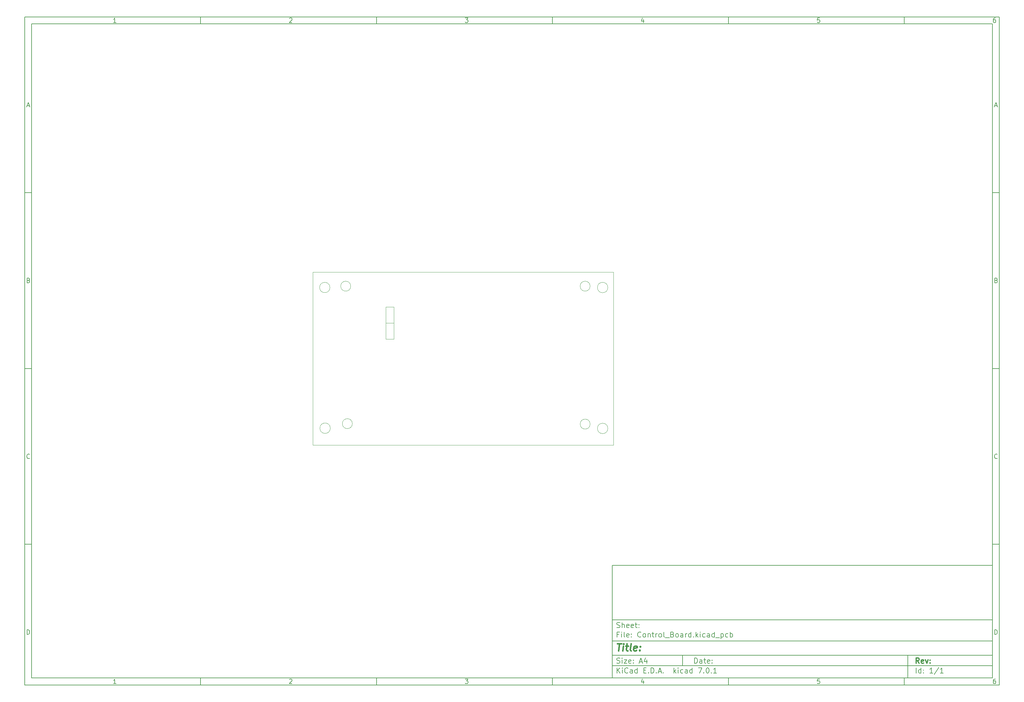
<source format=gbr>
%TF.GenerationSoftware,KiCad,Pcbnew,7.0.1*%
%TF.CreationDate,2023-10-26T15:35:36+00:00*%
%TF.ProjectId,Control_Board,436f6e74-726f-46c5-9f42-6f6172642e6b,rev?*%
%TF.SameCoordinates,Original*%
%TF.FileFunction,Other,User*%
%FSLAX45Y45*%
G04 Gerber Fmt 4.5, Leading zero omitted, Abs format (unit mm)*
G04 Created by KiCad (PCBNEW 7.0.1) date 2023-10-26 15:35:36*
%MOMM*%
%LPD*%
G01*
G04 APERTURE LIST*
%ADD10C,0.100000*%
%ADD11C,0.150000*%
%ADD12C,0.300000*%
%ADD13C,0.400000*%
%ADD14C,0.050000*%
%TA.AperFunction,Profile*%
%ADD15C,0.100000*%
%TD*%
G04 APERTURE END LIST*
D10*
D11*
X17700220Y-16600720D02*
X28500220Y-16600720D01*
X28500220Y-19800720D01*
X17700220Y-19800720D01*
X17700220Y-16600720D01*
D10*
D11*
X1000000Y-1000000D02*
X28700220Y-1000000D01*
X28700220Y-20000720D01*
X1000000Y-20000720D01*
X1000000Y-1000000D01*
D10*
D11*
X1200000Y-1200000D02*
X28500220Y-1200000D01*
X28500220Y-19800720D01*
X1200000Y-19800720D01*
X1200000Y-1200000D01*
D10*
D11*
X6000000Y-1200000D02*
X6000000Y-1000000D01*
D10*
D11*
X11000000Y-1200000D02*
X11000000Y-1000000D01*
D10*
D11*
X16000000Y-1200000D02*
X16000000Y-1000000D01*
D10*
D11*
X21000000Y-1200000D02*
X21000000Y-1000000D01*
D10*
D11*
X26000000Y-1200000D02*
X26000000Y-1000000D01*
D10*
D11*
X3599048Y-1160140D02*
X3524762Y-1160140D01*
X3561905Y-1160140D02*
X3561905Y-1030140D01*
X3561905Y-1030140D02*
X3549524Y-1048712D01*
X3549524Y-1048712D02*
X3537143Y-1061093D01*
X3537143Y-1061093D02*
X3524762Y-1067283D01*
D10*
D11*
X8524762Y-1042521D02*
X8530952Y-1036331D01*
X8530952Y-1036331D02*
X8543333Y-1030140D01*
X8543333Y-1030140D02*
X8574286Y-1030140D01*
X8574286Y-1030140D02*
X8586667Y-1036331D01*
X8586667Y-1036331D02*
X8592857Y-1042521D01*
X8592857Y-1042521D02*
X8599048Y-1054902D01*
X8599048Y-1054902D02*
X8599048Y-1067283D01*
X8599048Y-1067283D02*
X8592857Y-1085855D01*
X8592857Y-1085855D02*
X8518571Y-1160140D01*
X8518571Y-1160140D02*
X8599048Y-1160140D01*
D10*
D11*
X13518571Y-1030140D02*
X13599048Y-1030140D01*
X13599048Y-1030140D02*
X13555714Y-1079664D01*
X13555714Y-1079664D02*
X13574286Y-1079664D01*
X13574286Y-1079664D02*
X13586667Y-1085855D01*
X13586667Y-1085855D02*
X13592857Y-1092045D01*
X13592857Y-1092045D02*
X13599048Y-1104426D01*
X13599048Y-1104426D02*
X13599048Y-1135379D01*
X13599048Y-1135379D02*
X13592857Y-1147760D01*
X13592857Y-1147760D02*
X13586667Y-1153950D01*
X13586667Y-1153950D02*
X13574286Y-1160140D01*
X13574286Y-1160140D02*
X13537143Y-1160140D01*
X13537143Y-1160140D02*
X13524762Y-1153950D01*
X13524762Y-1153950D02*
X13518571Y-1147760D01*
D10*
D11*
X18586667Y-1073474D02*
X18586667Y-1160140D01*
X18555714Y-1023950D02*
X18524762Y-1116807D01*
X18524762Y-1116807D02*
X18605238Y-1116807D01*
D10*
D11*
X23592857Y-1030140D02*
X23530952Y-1030140D01*
X23530952Y-1030140D02*
X23524762Y-1092045D01*
X23524762Y-1092045D02*
X23530952Y-1085855D01*
X23530952Y-1085855D02*
X23543333Y-1079664D01*
X23543333Y-1079664D02*
X23574286Y-1079664D01*
X23574286Y-1079664D02*
X23586667Y-1085855D01*
X23586667Y-1085855D02*
X23592857Y-1092045D01*
X23592857Y-1092045D02*
X23599048Y-1104426D01*
X23599048Y-1104426D02*
X23599048Y-1135379D01*
X23599048Y-1135379D02*
X23592857Y-1147760D01*
X23592857Y-1147760D02*
X23586667Y-1153950D01*
X23586667Y-1153950D02*
X23574286Y-1160140D01*
X23574286Y-1160140D02*
X23543333Y-1160140D01*
X23543333Y-1160140D02*
X23530952Y-1153950D01*
X23530952Y-1153950D02*
X23524762Y-1147760D01*
D10*
D11*
X28586667Y-1030140D02*
X28561905Y-1030140D01*
X28561905Y-1030140D02*
X28549524Y-1036331D01*
X28549524Y-1036331D02*
X28543333Y-1042521D01*
X28543333Y-1042521D02*
X28530952Y-1061093D01*
X28530952Y-1061093D02*
X28524762Y-1085855D01*
X28524762Y-1085855D02*
X28524762Y-1135379D01*
X28524762Y-1135379D02*
X28530952Y-1147760D01*
X28530952Y-1147760D02*
X28537143Y-1153950D01*
X28537143Y-1153950D02*
X28549524Y-1160140D01*
X28549524Y-1160140D02*
X28574286Y-1160140D01*
X28574286Y-1160140D02*
X28586667Y-1153950D01*
X28586667Y-1153950D02*
X28592857Y-1147760D01*
X28592857Y-1147760D02*
X28599048Y-1135379D01*
X28599048Y-1135379D02*
X28599048Y-1104426D01*
X28599048Y-1104426D02*
X28592857Y-1092045D01*
X28592857Y-1092045D02*
X28586667Y-1085855D01*
X28586667Y-1085855D02*
X28574286Y-1079664D01*
X28574286Y-1079664D02*
X28549524Y-1079664D01*
X28549524Y-1079664D02*
X28537143Y-1085855D01*
X28537143Y-1085855D02*
X28530952Y-1092045D01*
X28530952Y-1092045D02*
X28524762Y-1104426D01*
D10*
D11*
X6000000Y-19800720D02*
X6000000Y-20000720D01*
D10*
D11*
X11000000Y-19800720D02*
X11000000Y-20000720D01*
D10*
D11*
X16000000Y-19800720D02*
X16000000Y-20000720D01*
D10*
D11*
X21000000Y-19800720D02*
X21000000Y-20000720D01*
D10*
D11*
X26000000Y-19800720D02*
X26000000Y-20000720D01*
D10*
D11*
X3599048Y-19960860D02*
X3524762Y-19960860D01*
X3561905Y-19960860D02*
X3561905Y-19830860D01*
X3561905Y-19830860D02*
X3549524Y-19849432D01*
X3549524Y-19849432D02*
X3537143Y-19861813D01*
X3537143Y-19861813D02*
X3524762Y-19868003D01*
D10*
D11*
X8524762Y-19843241D02*
X8530952Y-19837051D01*
X8530952Y-19837051D02*
X8543333Y-19830860D01*
X8543333Y-19830860D02*
X8574286Y-19830860D01*
X8574286Y-19830860D02*
X8586667Y-19837051D01*
X8586667Y-19837051D02*
X8592857Y-19843241D01*
X8592857Y-19843241D02*
X8599048Y-19855622D01*
X8599048Y-19855622D02*
X8599048Y-19868003D01*
X8599048Y-19868003D02*
X8592857Y-19886575D01*
X8592857Y-19886575D02*
X8518571Y-19960860D01*
X8518571Y-19960860D02*
X8599048Y-19960860D01*
D10*
D11*
X13518571Y-19830860D02*
X13599048Y-19830860D01*
X13599048Y-19830860D02*
X13555714Y-19880384D01*
X13555714Y-19880384D02*
X13574286Y-19880384D01*
X13574286Y-19880384D02*
X13586667Y-19886575D01*
X13586667Y-19886575D02*
X13592857Y-19892765D01*
X13592857Y-19892765D02*
X13599048Y-19905146D01*
X13599048Y-19905146D02*
X13599048Y-19936099D01*
X13599048Y-19936099D02*
X13592857Y-19948480D01*
X13592857Y-19948480D02*
X13586667Y-19954670D01*
X13586667Y-19954670D02*
X13574286Y-19960860D01*
X13574286Y-19960860D02*
X13537143Y-19960860D01*
X13537143Y-19960860D02*
X13524762Y-19954670D01*
X13524762Y-19954670D02*
X13518571Y-19948480D01*
D10*
D11*
X18586667Y-19874194D02*
X18586667Y-19960860D01*
X18555714Y-19824670D02*
X18524762Y-19917527D01*
X18524762Y-19917527D02*
X18605238Y-19917527D01*
D10*
D11*
X23592857Y-19830860D02*
X23530952Y-19830860D01*
X23530952Y-19830860D02*
X23524762Y-19892765D01*
X23524762Y-19892765D02*
X23530952Y-19886575D01*
X23530952Y-19886575D02*
X23543333Y-19880384D01*
X23543333Y-19880384D02*
X23574286Y-19880384D01*
X23574286Y-19880384D02*
X23586667Y-19886575D01*
X23586667Y-19886575D02*
X23592857Y-19892765D01*
X23592857Y-19892765D02*
X23599048Y-19905146D01*
X23599048Y-19905146D02*
X23599048Y-19936099D01*
X23599048Y-19936099D02*
X23592857Y-19948480D01*
X23592857Y-19948480D02*
X23586667Y-19954670D01*
X23586667Y-19954670D02*
X23574286Y-19960860D01*
X23574286Y-19960860D02*
X23543333Y-19960860D01*
X23543333Y-19960860D02*
X23530952Y-19954670D01*
X23530952Y-19954670D02*
X23524762Y-19948480D01*
D10*
D11*
X28586667Y-19830860D02*
X28561905Y-19830860D01*
X28561905Y-19830860D02*
X28549524Y-19837051D01*
X28549524Y-19837051D02*
X28543333Y-19843241D01*
X28543333Y-19843241D02*
X28530952Y-19861813D01*
X28530952Y-19861813D02*
X28524762Y-19886575D01*
X28524762Y-19886575D02*
X28524762Y-19936099D01*
X28524762Y-19936099D02*
X28530952Y-19948480D01*
X28530952Y-19948480D02*
X28537143Y-19954670D01*
X28537143Y-19954670D02*
X28549524Y-19960860D01*
X28549524Y-19960860D02*
X28574286Y-19960860D01*
X28574286Y-19960860D02*
X28586667Y-19954670D01*
X28586667Y-19954670D02*
X28592857Y-19948480D01*
X28592857Y-19948480D02*
X28599048Y-19936099D01*
X28599048Y-19936099D02*
X28599048Y-19905146D01*
X28599048Y-19905146D02*
X28592857Y-19892765D01*
X28592857Y-19892765D02*
X28586667Y-19886575D01*
X28586667Y-19886575D02*
X28574286Y-19880384D01*
X28574286Y-19880384D02*
X28549524Y-19880384D01*
X28549524Y-19880384D02*
X28537143Y-19886575D01*
X28537143Y-19886575D02*
X28530952Y-19892765D01*
X28530952Y-19892765D02*
X28524762Y-19905146D01*
D10*
D11*
X1000000Y-6000000D02*
X1200000Y-6000000D01*
D10*
D11*
X1000000Y-11000000D02*
X1200000Y-11000000D01*
D10*
D11*
X1000000Y-16000000D02*
X1200000Y-16000000D01*
D10*
D11*
X1069048Y-3522998D02*
X1130952Y-3522998D01*
X1056667Y-3560140D02*
X1100000Y-3430140D01*
X1100000Y-3430140D02*
X1143333Y-3560140D01*
D10*
D11*
X1109286Y-8492045D02*
X1127857Y-8498236D01*
X1127857Y-8498236D02*
X1134048Y-8504426D01*
X1134048Y-8504426D02*
X1140238Y-8516807D01*
X1140238Y-8516807D02*
X1140238Y-8535379D01*
X1140238Y-8535379D02*
X1134048Y-8547760D01*
X1134048Y-8547760D02*
X1127857Y-8553950D01*
X1127857Y-8553950D02*
X1115476Y-8560140D01*
X1115476Y-8560140D02*
X1065952Y-8560140D01*
X1065952Y-8560140D02*
X1065952Y-8430140D01*
X1065952Y-8430140D02*
X1109286Y-8430140D01*
X1109286Y-8430140D02*
X1121667Y-8436331D01*
X1121667Y-8436331D02*
X1127857Y-8442521D01*
X1127857Y-8442521D02*
X1134048Y-8454902D01*
X1134048Y-8454902D02*
X1134048Y-8467283D01*
X1134048Y-8467283D02*
X1127857Y-8479664D01*
X1127857Y-8479664D02*
X1121667Y-8485855D01*
X1121667Y-8485855D02*
X1109286Y-8492045D01*
X1109286Y-8492045D02*
X1065952Y-8492045D01*
D10*
D11*
X1140238Y-13547759D02*
X1134048Y-13553950D01*
X1134048Y-13553950D02*
X1115476Y-13560140D01*
X1115476Y-13560140D02*
X1103095Y-13560140D01*
X1103095Y-13560140D02*
X1084524Y-13553950D01*
X1084524Y-13553950D02*
X1072143Y-13541569D01*
X1072143Y-13541569D02*
X1065952Y-13529188D01*
X1065952Y-13529188D02*
X1059762Y-13504426D01*
X1059762Y-13504426D02*
X1059762Y-13485855D01*
X1059762Y-13485855D02*
X1065952Y-13461093D01*
X1065952Y-13461093D02*
X1072143Y-13448712D01*
X1072143Y-13448712D02*
X1084524Y-13436331D01*
X1084524Y-13436331D02*
X1103095Y-13430140D01*
X1103095Y-13430140D02*
X1115476Y-13430140D01*
X1115476Y-13430140D02*
X1134048Y-13436331D01*
X1134048Y-13436331D02*
X1140238Y-13442521D01*
D10*
D11*
X1065952Y-18560140D02*
X1065952Y-18430140D01*
X1065952Y-18430140D02*
X1096905Y-18430140D01*
X1096905Y-18430140D02*
X1115476Y-18436331D01*
X1115476Y-18436331D02*
X1127857Y-18448712D01*
X1127857Y-18448712D02*
X1134048Y-18461093D01*
X1134048Y-18461093D02*
X1140238Y-18485855D01*
X1140238Y-18485855D02*
X1140238Y-18504426D01*
X1140238Y-18504426D02*
X1134048Y-18529188D01*
X1134048Y-18529188D02*
X1127857Y-18541569D01*
X1127857Y-18541569D02*
X1115476Y-18553950D01*
X1115476Y-18553950D02*
X1096905Y-18560140D01*
X1096905Y-18560140D02*
X1065952Y-18560140D01*
D10*
D11*
X28700220Y-6000000D02*
X28500220Y-6000000D01*
D10*
D11*
X28700220Y-11000000D02*
X28500220Y-11000000D01*
D10*
D11*
X28700220Y-16000000D02*
X28500220Y-16000000D01*
D10*
D11*
X28569268Y-3522998D02*
X28631172Y-3522998D01*
X28556887Y-3560140D02*
X28600220Y-3430140D01*
X28600220Y-3430140D02*
X28643553Y-3560140D01*
D10*
D11*
X28609506Y-8492045D02*
X28628077Y-8498236D01*
X28628077Y-8498236D02*
X28634268Y-8504426D01*
X28634268Y-8504426D02*
X28640458Y-8516807D01*
X28640458Y-8516807D02*
X28640458Y-8535379D01*
X28640458Y-8535379D02*
X28634268Y-8547760D01*
X28634268Y-8547760D02*
X28628077Y-8553950D01*
X28628077Y-8553950D02*
X28615696Y-8560140D01*
X28615696Y-8560140D02*
X28566172Y-8560140D01*
X28566172Y-8560140D02*
X28566172Y-8430140D01*
X28566172Y-8430140D02*
X28609506Y-8430140D01*
X28609506Y-8430140D02*
X28621887Y-8436331D01*
X28621887Y-8436331D02*
X28628077Y-8442521D01*
X28628077Y-8442521D02*
X28634268Y-8454902D01*
X28634268Y-8454902D02*
X28634268Y-8467283D01*
X28634268Y-8467283D02*
X28628077Y-8479664D01*
X28628077Y-8479664D02*
X28621887Y-8485855D01*
X28621887Y-8485855D02*
X28609506Y-8492045D01*
X28609506Y-8492045D02*
X28566172Y-8492045D01*
D10*
D11*
X28640458Y-13547759D02*
X28634268Y-13553950D01*
X28634268Y-13553950D02*
X28615696Y-13560140D01*
X28615696Y-13560140D02*
X28603315Y-13560140D01*
X28603315Y-13560140D02*
X28584744Y-13553950D01*
X28584744Y-13553950D02*
X28572363Y-13541569D01*
X28572363Y-13541569D02*
X28566172Y-13529188D01*
X28566172Y-13529188D02*
X28559982Y-13504426D01*
X28559982Y-13504426D02*
X28559982Y-13485855D01*
X28559982Y-13485855D02*
X28566172Y-13461093D01*
X28566172Y-13461093D02*
X28572363Y-13448712D01*
X28572363Y-13448712D02*
X28584744Y-13436331D01*
X28584744Y-13436331D02*
X28603315Y-13430140D01*
X28603315Y-13430140D02*
X28615696Y-13430140D01*
X28615696Y-13430140D02*
X28634268Y-13436331D01*
X28634268Y-13436331D02*
X28640458Y-13442521D01*
D10*
D11*
X28566172Y-18560140D02*
X28566172Y-18430140D01*
X28566172Y-18430140D02*
X28597125Y-18430140D01*
X28597125Y-18430140D02*
X28615696Y-18436331D01*
X28615696Y-18436331D02*
X28628077Y-18448712D01*
X28628077Y-18448712D02*
X28634268Y-18461093D01*
X28634268Y-18461093D02*
X28640458Y-18485855D01*
X28640458Y-18485855D02*
X28640458Y-18504426D01*
X28640458Y-18504426D02*
X28634268Y-18529188D01*
X28634268Y-18529188D02*
X28628077Y-18541569D01*
X28628077Y-18541569D02*
X28615696Y-18553950D01*
X28615696Y-18553950D02*
X28597125Y-18560140D01*
X28597125Y-18560140D02*
X28566172Y-18560140D01*
D10*
D11*
X20035934Y-19380113D02*
X20035934Y-19230113D01*
X20035934Y-19230113D02*
X20071649Y-19230113D01*
X20071649Y-19230113D02*
X20093077Y-19237256D01*
X20093077Y-19237256D02*
X20107363Y-19251541D01*
X20107363Y-19251541D02*
X20114506Y-19265827D01*
X20114506Y-19265827D02*
X20121649Y-19294399D01*
X20121649Y-19294399D02*
X20121649Y-19315827D01*
X20121649Y-19315827D02*
X20114506Y-19344399D01*
X20114506Y-19344399D02*
X20107363Y-19358684D01*
X20107363Y-19358684D02*
X20093077Y-19372970D01*
X20093077Y-19372970D02*
X20071649Y-19380113D01*
X20071649Y-19380113D02*
X20035934Y-19380113D01*
X20250220Y-19380113D02*
X20250220Y-19301541D01*
X20250220Y-19301541D02*
X20243077Y-19287256D01*
X20243077Y-19287256D02*
X20228791Y-19280113D01*
X20228791Y-19280113D02*
X20200220Y-19280113D01*
X20200220Y-19280113D02*
X20185934Y-19287256D01*
X20250220Y-19372970D02*
X20235934Y-19380113D01*
X20235934Y-19380113D02*
X20200220Y-19380113D01*
X20200220Y-19380113D02*
X20185934Y-19372970D01*
X20185934Y-19372970D02*
X20178791Y-19358684D01*
X20178791Y-19358684D02*
X20178791Y-19344399D01*
X20178791Y-19344399D02*
X20185934Y-19330113D01*
X20185934Y-19330113D02*
X20200220Y-19322970D01*
X20200220Y-19322970D02*
X20235934Y-19322970D01*
X20235934Y-19322970D02*
X20250220Y-19315827D01*
X20300220Y-19280113D02*
X20357363Y-19280113D01*
X20321649Y-19230113D02*
X20321649Y-19358684D01*
X20321649Y-19358684D02*
X20328791Y-19372970D01*
X20328791Y-19372970D02*
X20343077Y-19380113D01*
X20343077Y-19380113D02*
X20357363Y-19380113D01*
X20464506Y-19372970D02*
X20450220Y-19380113D01*
X20450220Y-19380113D02*
X20421649Y-19380113D01*
X20421649Y-19380113D02*
X20407363Y-19372970D01*
X20407363Y-19372970D02*
X20400220Y-19358684D01*
X20400220Y-19358684D02*
X20400220Y-19301541D01*
X20400220Y-19301541D02*
X20407363Y-19287256D01*
X20407363Y-19287256D02*
X20421649Y-19280113D01*
X20421649Y-19280113D02*
X20450220Y-19280113D01*
X20450220Y-19280113D02*
X20464506Y-19287256D01*
X20464506Y-19287256D02*
X20471649Y-19301541D01*
X20471649Y-19301541D02*
X20471649Y-19315827D01*
X20471649Y-19315827D02*
X20400220Y-19330113D01*
X20535934Y-19365827D02*
X20543077Y-19372970D01*
X20543077Y-19372970D02*
X20535934Y-19380113D01*
X20535934Y-19380113D02*
X20528791Y-19372970D01*
X20528791Y-19372970D02*
X20535934Y-19365827D01*
X20535934Y-19365827D02*
X20535934Y-19380113D01*
X20535934Y-19287256D02*
X20543077Y-19294399D01*
X20543077Y-19294399D02*
X20535934Y-19301541D01*
X20535934Y-19301541D02*
X20528791Y-19294399D01*
X20528791Y-19294399D02*
X20535934Y-19287256D01*
X20535934Y-19287256D02*
X20535934Y-19301541D01*
D10*
D11*
X17700220Y-19450720D02*
X28500220Y-19450720D01*
D10*
D11*
X17835934Y-19660113D02*
X17835934Y-19510113D01*
X17921649Y-19660113D02*
X17857363Y-19574399D01*
X17921649Y-19510113D02*
X17835934Y-19595827D01*
X17985934Y-19660113D02*
X17985934Y-19560113D01*
X17985934Y-19510113D02*
X17978791Y-19517256D01*
X17978791Y-19517256D02*
X17985934Y-19524399D01*
X17985934Y-19524399D02*
X17993077Y-19517256D01*
X17993077Y-19517256D02*
X17985934Y-19510113D01*
X17985934Y-19510113D02*
X17985934Y-19524399D01*
X18143077Y-19645827D02*
X18135934Y-19652970D01*
X18135934Y-19652970D02*
X18114506Y-19660113D01*
X18114506Y-19660113D02*
X18100220Y-19660113D01*
X18100220Y-19660113D02*
X18078791Y-19652970D01*
X18078791Y-19652970D02*
X18064506Y-19638684D01*
X18064506Y-19638684D02*
X18057363Y-19624399D01*
X18057363Y-19624399D02*
X18050220Y-19595827D01*
X18050220Y-19595827D02*
X18050220Y-19574399D01*
X18050220Y-19574399D02*
X18057363Y-19545827D01*
X18057363Y-19545827D02*
X18064506Y-19531541D01*
X18064506Y-19531541D02*
X18078791Y-19517256D01*
X18078791Y-19517256D02*
X18100220Y-19510113D01*
X18100220Y-19510113D02*
X18114506Y-19510113D01*
X18114506Y-19510113D02*
X18135934Y-19517256D01*
X18135934Y-19517256D02*
X18143077Y-19524399D01*
X18271649Y-19660113D02*
X18271649Y-19581541D01*
X18271649Y-19581541D02*
X18264506Y-19567256D01*
X18264506Y-19567256D02*
X18250220Y-19560113D01*
X18250220Y-19560113D02*
X18221649Y-19560113D01*
X18221649Y-19560113D02*
X18207363Y-19567256D01*
X18271649Y-19652970D02*
X18257363Y-19660113D01*
X18257363Y-19660113D02*
X18221649Y-19660113D01*
X18221649Y-19660113D02*
X18207363Y-19652970D01*
X18207363Y-19652970D02*
X18200220Y-19638684D01*
X18200220Y-19638684D02*
X18200220Y-19624399D01*
X18200220Y-19624399D02*
X18207363Y-19610113D01*
X18207363Y-19610113D02*
X18221649Y-19602970D01*
X18221649Y-19602970D02*
X18257363Y-19602970D01*
X18257363Y-19602970D02*
X18271649Y-19595827D01*
X18407363Y-19660113D02*
X18407363Y-19510113D01*
X18407363Y-19652970D02*
X18393077Y-19660113D01*
X18393077Y-19660113D02*
X18364506Y-19660113D01*
X18364506Y-19660113D02*
X18350220Y-19652970D01*
X18350220Y-19652970D02*
X18343077Y-19645827D01*
X18343077Y-19645827D02*
X18335934Y-19631541D01*
X18335934Y-19631541D02*
X18335934Y-19588684D01*
X18335934Y-19588684D02*
X18343077Y-19574399D01*
X18343077Y-19574399D02*
X18350220Y-19567256D01*
X18350220Y-19567256D02*
X18364506Y-19560113D01*
X18364506Y-19560113D02*
X18393077Y-19560113D01*
X18393077Y-19560113D02*
X18407363Y-19567256D01*
X18593077Y-19581541D02*
X18643077Y-19581541D01*
X18664506Y-19660113D02*
X18593077Y-19660113D01*
X18593077Y-19660113D02*
X18593077Y-19510113D01*
X18593077Y-19510113D02*
X18664506Y-19510113D01*
X18728791Y-19645827D02*
X18735934Y-19652970D01*
X18735934Y-19652970D02*
X18728791Y-19660113D01*
X18728791Y-19660113D02*
X18721649Y-19652970D01*
X18721649Y-19652970D02*
X18728791Y-19645827D01*
X18728791Y-19645827D02*
X18728791Y-19660113D01*
X18800220Y-19660113D02*
X18800220Y-19510113D01*
X18800220Y-19510113D02*
X18835934Y-19510113D01*
X18835934Y-19510113D02*
X18857363Y-19517256D01*
X18857363Y-19517256D02*
X18871649Y-19531541D01*
X18871649Y-19531541D02*
X18878792Y-19545827D01*
X18878792Y-19545827D02*
X18885934Y-19574399D01*
X18885934Y-19574399D02*
X18885934Y-19595827D01*
X18885934Y-19595827D02*
X18878792Y-19624399D01*
X18878792Y-19624399D02*
X18871649Y-19638684D01*
X18871649Y-19638684D02*
X18857363Y-19652970D01*
X18857363Y-19652970D02*
X18835934Y-19660113D01*
X18835934Y-19660113D02*
X18800220Y-19660113D01*
X18950220Y-19645827D02*
X18957363Y-19652970D01*
X18957363Y-19652970D02*
X18950220Y-19660113D01*
X18950220Y-19660113D02*
X18943077Y-19652970D01*
X18943077Y-19652970D02*
X18950220Y-19645827D01*
X18950220Y-19645827D02*
X18950220Y-19660113D01*
X19014506Y-19617256D02*
X19085934Y-19617256D01*
X19000220Y-19660113D02*
X19050220Y-19510113D01*
X19050220Y-19510113D02*
X19100220Y-19660113D01*
X19150220Y-19645827D02*
X19157363Y-19652970D01*
X19157363Y-19652970D02*
X19150220Y-19660113D01*
X19150220Y-19660113D02*
X19143077Y-19652970D01*
X19143077Y-19652970D02*
X19150220Y-19645827D01*
X19150220Y-19645827D02*
X19150220Y-19660113D01*
X19450220Y-19660113D02*
X19450220Y-19510113D01*
X19464506Y-19602970D02*
X19507363Y-19660113D01*
X19507363Y-19560113D02*
X19450220Y-19617256D01*
X19571649Y-19660113D02*
X19571649Y-19560113D01*
X19571649Y-19510113D02*
X19564506Y-19517256D01*
X19564506Y-19517256D02*
X19571649Y-19524399D01*
X19571649Y-19524399D02*
X19578792Y-19517256D01*
X19578792Y-19517256D02*
X19571649Y-19510113D01*
X19571649Y-19510113D02*
X19571649Y-19524399D01*
X19707363Y-19652970D02*
X19693077Y-19660113D01*
X19693077Y-19660113D02*
X19664506Y-19660113D01*
X19664506Y-19660113D02*
X19650220Y-19652970D01*
X19650220Y-19652970D02*
X19643077Y-19645827D01*
X19643077Y-19645827D02*
X19635934Y-19631541D01*
X19635934Y-19631541D02*
X19635934Y-19588684D01*
X19635934Y-19588684D02*
X19643077Y-19574399D01*
X19643077Y-19574399D02*
X19650220Y-19567256D01*
X19650220Y-19567256D02*
X19664506Y-19560113D01*
X19664506Y-19560113D02*
X19693077Y-19560113D01*
X19693077Y-19560113D02*
X19707363Y-19567256D01*
X19835934Y-19660113D02*
X19835934Y-19581541D01*
X19835934Y-19581541D02*
X19828792Y-19567256D01*
X19828792Y-19567256D02*
X19814506Y-19560113D01*
X19814506Y-19560113D02*
X19785934Y-19560113D01*
X19785934Y-19560113D02*
X19771649Y-19567256D01*
X19835934Y-19652970D02*
X19821649Y-19660113D01*
X19821649Y-19660113D02*
X19785934Y-19660113D01*
X19785934Y-19660113D02*
X19771649Y-19652970D01*
X19771649Y-19652970D02*
X19764506Y-19638684D01*
X19764506Y-19638684D02*
X19764506Y-19624399D01*
X19764506Y-19624399D02*
X19771649Y-19610113D01*
X19771649Y-19610113D02*
X19785934Y-19602970D01*
X19785934Y-19602970D02*
X19821649Y-19602970D01*
X19821649Y-19602970D02*
X19835934Y-19595827D01*
X19971649Y-19660113D02*
X19971649Y-19510113D01*
X19971649Y-19652970D02*
X19957363Y-19660113D01*
X19957363Y-19660113D02*
X19928792Y-19660113D01*
X19928792Y-19660113D02*
X19914506Y-19652970D01*
X19914506Y-19652970D02*
X19907363Y-19645827D01*
X19907363Y-19645827D02*
X19900220Y-19631541D01*
X19900220Y-19631541D02*
X19900220Y-19588684D01*
X19900220Y-19588684D02*
X19907363Y-19574399D01*
X19907363Y-19574399D02*
X19914506Y-19567256D01*
X19914506Y-19567256D02*
X19928792Y-19560113D01*
X19928792Y-19560113D02*
X19957363Y-19560113D01*
X19957363Y-19560113D02*
X19971649Y-19567256D01*
X20143077Y-19510113D02*
X20243077Y-19510113D01*
X20243077Y-19510113D02*
X20178792Y-19660113D01*
X20300220Y-19645827D02*
X20307363Y-19652970D01*
X20307363Y-19652970D02*
X20300220Y-19660113D01*
X20300220Y-19660113D02*
X20293077Y-19652970D01*
X20293077Y-19652970D02*
X20300220Y-19645827D01*
X20300220Y-19645827D02*
X20300220Y-19660113D01*
X20400220Y-19510113D02*
X20414506Y-19510113D01*
X20414506Y-19510113D02*
X20428792Y-19517256D01*
X20428792Y-19517256D02*
X20435934Y-19524399D01*
X20435934Y-19524399D02*
X20443077Y-19538684D01*
X20443077Y-19538684D02*
X20450220Y-19567256D01*
X20450220Y-19567256D02*
X20450220Y-19602970D01*
X20450220Y-19602970D02*
X20443077Y-19631541D01*
X20443077Y-19631541D02*
X20435934Y-19645827D01*
X20435934Y-19645827D02*
X20428792Y-19652970D01*
X20428792Y-19652970D02*
X20414506Y-19660113D01*
X20414506Y-19660113D02*
X20400220Y-19660113D01*
X20400220Y-19660113D02*
X20385934Y-19652970D01*
X20385934Y-19652970D02*
X20378792Y-19645827D01*
X20378792Y-19645827D02*
X20371649Y-19631541D01*
X20371649Y-19631541D02*
X20364506Y-19602970D01*
X20364506Y-19602970D02*
X20364506Y-19567256D01*
X20364506Y-19567256D02*
X20371649Y-19538684D01*
X20371649Y-19538684D02*
X20378792Y-19524399D01*
X20378792Y-19524399D02*
X20385934Y-19517256D01*
X20385934Y-19517256D02*
X20400220Y-19510113D01*
X20514506Y-19645827D02*
X20521649Y-19652970D01*
X20521649Y-19652970D02*
X20514506Y-19660113D01*
X20514506Y-19660113D02*
X20507363Y-19652970D01*
X20507363Y-19652970D02*
X20514506Y-19645827D01*
X20514506Y-19645827D02*
X20514506Y-19660113D01*
X20664506Y-19660113D02*
X20578792Y-19660113D01*
X20621649Y-19660113D02*
X20621649Y-19510113D01*
X20621649Y-19510113D02*
X20607363Y-19531541D01*
X20607363Y-19531541D02*
X20593077Y-19545827D01*
X20593077Y-19545827D02*
X20578792Y-19552970D01*
D10*
D11*
X17700220Y-19150720D02*
X28500220Y-19150720D01*
D10*
D12*
X26421648Y-19380113D02*
X26371648Y-19308684D01*
X26335934Y-19380113D02*
X26335934Y-19230113D01*
X26335934Y-19230113D02*
X26393077Y-19230113D01*
X26393077Y-19230113D02*
X26407363Y-19237256D01*
X26407363Y-19237256D02*
X26414506Y-19244399D01*
X26414506Y-19244399D02*
X26421648Y-19258684D01*
X26421648Y-19258684D02*
X26421648Y-19280113D01*
X26421648Y-19280113D02*
X26414506Y-19294399D01*
X26414506Y-19294399D02*
X26407363Y-19301541D01*
X26407363Y-19301541D02*
X26393077Y-19308684D01*
X26393077Y-19308684D02*
X26335934Y-19308684D01*
X26543077Y-19372970D02*
X26528791Y-19380113D01*
X26528791Y-19380113D02*
X26500220Y-19380113D01*
X26500220Y-19380113D02*
X26485934Y-19372970D01*
X26485934Y-19372970D02*
X26478791Y-19358684D01*
X26478791Y-19358684D02*
X26478791Y-19301541D01*
X26478791Y-19301541D02*
X26485934Y-19287256D01*
X26485934Y-19287256D02*
X26500220Y-19280113D01*
X26500220Y-19280113D02*
X26528791Y-19280113D01*
X26528791Y-19280113D02*
X26543077Y-19287256D01*
X26543077Y-19287256D02*
X26550220Y-19301541D01*
X26550220Y-19301541D02*
X26550220Y-19315827D01*
X26550220Y-19315827D02*
X26478791Y-19330113D01*
X26600220Y-19280113D02*
X26635934Y-19380113D01*
X26635934Y-19380113D02*
X26671648Y-19280113D01*
X26728791Y-19365827D02*
X26735934Y-19372970D01*
X26735934Y-19372970D02*
X26728791Y-19380113D01*
X26728791Y-19380113D02*
X26721648Y-19372970D01*
X26721648Y-19372970D02*
X26728791Y-19365827D01*
X26728791Y-19365827D02*
X26728791Y-19380113D01*
X26728791Y-19287256D02*
X26735934Y-19294399D01*
X26735934Y-19294399D02*
X26728791Y-19301541D01*
X26728791Y-19301541D02*
X26721648Y-19294399D01*
X26721648Y-19294399D02*
X26728791Y-19287256D01*
X26728791Y-19287256D02*
X26728791Y-19301541D01*
D10*
D11*
X17828791Y-19372970D02*
X17850220Y-19380113D01*
X17850220Y-19380113D02*
X17885934Y-19380113D01*
X17885934Y-19380113D02*
X17900220Y-19372970D01*
X17900220Y-19372970D02*
X17907363Y-19365827D01*
X17907363Y-19365827D02*
X17914506Y-19351541D01*
X17914506Y-19351541D02*
X17914506Y-19337256D01*
X17914506Y-19337256D02*
X17907363Y-19322970D01*
X17907363Y-19322970D02*
X17900220Y-19315827D01*
X17900220Y-19315827D02*
X17885934Y-19308684D01*
X17885934Y-19308684D02*
X17857363Y-19301541D01*
X17857363Y-19301541D02*
X17843077Y-19294399D01*
X17843077Y-19294399D02*
X17835934Y-19287256D01*
X17835934Y-19287256D02*
X17828791Y-19272970D01*
X17828791Y-19272970D02*
X17828791Y-19258684D01*
X17828791Y-19258684D02*
X17835934Y-19244399D01*
X17835934Y-19244399D02*
X17843077Y-19237256D01*
X17843077Y-19237256D02*
X17857363Y-19230113D01*
X17857363Y-19230113D02*
X17893077Y-19230113D01*
X17893077Y-19230113D02*
X17914506Y-19237256D01*
X17978791Y-19380113D02*
X17978791Y-19280113D01*
X17978791Y-19230113D02*
X17971649Y-19237256D01*
X17971649Y-19237256D02*
X17978791Y-19244399D01*
X17978791Y-19244399D02*
X17985934Y-19237256D01*
X17985934Y-19237256D02*
X17978791Y-19230113D01*
X17978791Y-19230113D02*
X17978791Y-19244399D01*
X18035934Y-19280113D02*
X18114506Y-19280113D01*
X18114506Y-19280113D02*
X18035934Y-19380113D01*
X18035934Y-19380113D02*
X18114506Y-19380113D01*
X18228791Y-19372970D02*
X18214506Y-19380113D01*
X18214506Y-19380113D02*
X18185934Y-19380113D01*
X18185934Y-19380113D02*
X18171649Y-19372970D01*
X18171649Y-19372970D02*
X18164506Y-19358684D01*
X18164506Y-19358684D02*
X18164506Y-19301541D01*
X18164506Y-19301541D02*
X18171649Y-19287256D01*
X18171649Y-19287256D02*
X18185934Y-19280113D01*
X18185934Y-19280113D02*
X18214506Y-19280113D01*
X18214506Y-19280113D02*
X18228791Y-19287256D01*
X18228791Y-19287256D02*
X18235934Y-19301541D01*
X18235934Y-19301541D02*
X18235934Y-19315827D01*
X18235934Y-19315827D02*
X18164506Y-19330113D01*
X18300220Y-19365827D02*
X18307363Y-19372970D01*
X18307363Y-19372970D02*
X18300220Y-19380113D01*
X18300220Y-19380113D02*
X18293077Y-19372970D01*
X18293077Y-19372970D02*
X18300220Y-19365827D01*
X18300220Y-19365827D02*
X18300220Y-19380113D01*
X18300220Y-19287256D02*
X18307363Y-19294399D01*
X18307363Y-19294399D02*
X18300220Y-19301541D01*
X18300220Y-19301541D02*
X18293077Y-19294399D01*
X18293077Y-19294399D02*
X18300220Y-19287256D01*
X18300220Y-19287256D02*
X18300220Y-19301541D01*
X18478791Y-19337256D02*
X18550220Y-19337256D01*
X18464506Y-19380113D02*
X18514506Y-19230113D01*
X18514506Y-19230113D02*
X18564506Y-19380113D01*
X18678791Y-19280113D02*
X18678791Y-19380113D01*
X18643077Y-19222970D02*
X18607363Y-19330113D01*
X18607363Y-19330113D02*
X18700220Y-19330113D01*
D10*
D11*
X26335934Y-19660113D02*
X26335934Y-19510113D01*
X26471649Y-19660113D02*
X26471649Y-19510113D01*
X26471649Y-19652970D02*
X26457363Y-19660113D01*
X26457363Y-19660113D02*
X26428791Y-19660113D01*
X26428791Y-19660113D02*
X26414506Y-19652970D01*
X26414506Y-19652970D02*
X26407363Y-19645827D01*
X26407363Y-19645827D02*
X26400220Y-19631541D01*
X26400220Y-19631541D02*
X26400220Y-19588684D01*
X26400220Y-19588684D02*
X26407363Y-19574399D01*
X26407363Y-19574399D02*
X26414506Y-19567256D01*
X26414506Y-19567256D02*
X26428791Y-19560113D01*
X26428791Y-19560113D02*
X26457363Y-19560113D01*
X26457363Y-19560113D02*
X26471649Y-19567256D01*
X26543077Y-19645827D02*
X26550220Y-19652970D01*
X26550220Y-19652970D02*
X26543077Y-19660113D01*
X26543077Y-19660113D02*
X26535934Y-19652970D01*
X26535934Y-19652970D02*
X26543077Y-19645827D01*
X26543077Y-19645827D02*
X26543077Y-19660113D01*
X26543077Y-19567256D02*
X26550220Y-19574399D01*
X26550220Y-19574399D02*
X26543077Y-19581541D01*
X26543077Y-19581541D02*
X26535934Y-19574399D01*
X26535934Y-19574399D02*
X26543077Y-19567256D01*
X26543077Y-19567256D02*
X26543077Y-19581541D01*
X26807363Y-19660113D02*
X26721649Y-19660113D01*
X26764506Y-19660113D02*
X26764506Y-19510113D01*
X26764506Y-19510113D02*
X26750220Y-19531541D01*
X26750220Y-19531541D02*
X26735934Y-19545827D01*
X26735934Y-19545827D02*
X26721649Y-19552970D01*
X26978791Y-19502970D02*
X26850220Y-19695827D01*
X27107363Y-19660113D02*
X27021649Y-19660113D01*
X27064506Y-19660113D02*
X27064506Y-19510113D01*
X27064506Y-19510113D02*
X27050220Y-19531541D01*
X27050220Y-19531541D02*
X27035934Y-19545827D01*
X27035934Y-19545827D02*
X27021649Y-19552970D01*
D10*
D11*
X17700220Y-18750720D02*
X28500220Y-18750720D01*
D10*
D13*
X17843077Y-18823244D02*
X17957363Y-18823244D01*
X17875220Y-19023244D02*
X17900220Y-18823244D01*
X17997839Y-19023244D02*
X18014506Y-18889910D01*
X18022839Y-18823244D02*
X18012125Y-18832768D01*
X18012125Y-18832768D02*
X18020458Y-18842291D01*
X18020458Y-18842291D02*
X18031172Y-18832768D01*
X18031172Y-18832768D02*
X18022839Y-18823244D01*
X18022839Y-18823244D02*
X18020458Y-18842291D01*
X18079982Y-18889910D02*
X18156172Y-18889910D01*
X18116887Y-18823244D02*
X18095458Y-18994672D01*
X18095458Y-18994672D02*
X18102601Y-19013720D01*
X18102601Y-19013720D02*
X18120458Y-19023244D01*
X18120458Y-19023244D02*
X18139506Y-19023244D01*
X18233553Y-19023244D02*
X18215696Y-19013720D01*
X18215696Y-19013720D02*
X18208553Y-18994672D01*
X18208553Y-18994672D02*
X18229982Y-18823244D01*
X18385934Y-19013720D02*
X18365696Y-19023244D01*
X18365696Y-19023244D02*
X18327601Y-19023244D01*
X18327601Y-19023244D02*
X18309744Y-19013720D01*
X18309744Y-19013720D02*
X18302601Y-18994672D01*
X18302601Y-18994672D02*
X18312125Y-18918482D01*
X18312125Y-18918482D02*
X18324029Y-18899434D01*
X18324029Y-18899434D02*
X18344268Y-18889910D01*
X18344268Y-18889910D02*
X18382363Y-18889910D01*
X18382363Y-18889910D02*
X18400220Y-18899434D01*
X18400220Y-18899434D02*
X18407363Y-18918482D01*
X18407363Y-18918482D02*
X18404982Y-18937530D01*
X18404982Y-18937530D02*
X18307363Y-18956577D01*
X18481172Y-19004196D02*
X18489506Y-19013720D01*
X18489506Y-19013720D02*
X18478791Y-19023244D01*
X18478791Y-19023244D02*
X18470458Y-19013720D01*
X18470458Y-19013720D02*
X18481172Y-19004196D01*
X18481172Y-19004196D02*
X18478791Y-19023244D01*
X18494268Y-18899434D02*
X18502601Y-18908958D01*
X18502601Y-18908958D02*
X18491887Y-18918482D01*
X18491887Y-18918482D02*
X18483553Y-18908958D01*
X18483553Y-18908958D02*
X18494268Y-18899434D01*
X18494268Y-18899434D02*
X18491887Y-18918482D01*
D10*
D11*
X17885934Y-18561541D02*
X17835934Y-18561541D01*
X17835934Y-18640113D02*
X17835934Y-18490113D01*
X17835934Y-18490113D02*
X17907363Y-18490113D01*
X17964506Y-18640113D02*
X17964506Y-18540113D01*
X17964506Y-18490113D02*
X17957363Y-18497256D01*
X17957363Y-18497256D02*
X17964506Y-18504399D01*
X17964506Y-18504399D02*
X17971649Y-18497256D01*
X17971649Y-18497256D02*
X17964506Y-18490113D01*
X17964506Y-18490113D02*
X17964506Y-18504399D01*
X18057363Y-18640113D02*
X18043077Y-18632970D01*
X18043077Y-18632970D02*
X18035934Y-18618684D01*
X18035934Y-18618684D02*
X18035934Y-18490113D01*
X18171649Y-18632970D02*
X18157363Y-18640113D01*
X18157363Y-18640113D02*
X18128791Y-18640113D01*
X18128791Y-18640113D02*
X18114506Y-18632970D01*
X18114506Y-18632970D02*
X18107363Y-18618684D01*
X18107363Y-18618684D02*
X18107363Y-18561541D01*
X18107363Y-18561541D02*
X18114506Y-18547256D01*
X18114506Y-18547256D02*
X18128791Y-18540113D01*
X18128791Y-18540113D02*
X18157363Y-18540113D01*
X18157363Y-18540113D02*
X18171649Y-18547256D01*
X18171649Y-18547256D02*
X18178791Y-18561541D01*
X18178791Y-18561541D02*
X18178791Y-18575827D01*
X18178791Y-18575827D02*
X18107363Y-18590113D01*
X18243077Y-18625827D02*
X18250220Y-18632970D01*
X18250220Y-18632970D02*
X18243077Y-18640113D01*
X18243077Y-18640113D02*
X18235934Y-18632970D01*
X18235934Y-18632970D02*
X18243077Y-18625827D01*
X18243077Y-18625827D02*
X18243077Y-18640113D01*
X18243077Y-18547256D02*
X18250220Y-18554399D01*
X18250220Y-18554399D02*
X18243077Y-18561541D01*
X18243077Y-18561541D02*
X18235934Y-18554399D01*
X18235934Y-18554399D02*
X18243077Y-18547256D01*
X18243077Y-18547256D02*
X18243077Y-18561541D01*
X18514506Y-18625827D02*
X18507363Y-18632970D01*
X18507363Y-18632970D02*
X18485934Y-18640113D01*
X18485934Y-18640113D02*
X18471649Y-18640113D01*
X18471649Y-18640113D02*
X18450220Y-18632970D01*
X18450220Y-18632970D02*
X18435934Y-18618684D01*
X18435934Y-18618684D02*
X18428791Y-18604399D01*
X18428791Y-18604399D02*
X18421649Y-18575827D01*
X18421649Y-18575827D02*
X18421649Y-18554399D01*
X18421649Y-18554399D02*
X18428791Y-18525827D01*
X18428791Y-18525827D02*
X18435934Y-18511541D01*
X18435934Y-18511541D02*
X18450220Y-18497256D01*
X18450220Y-18497256D02*
X18471649Y-18490113D01*
X18471649Y-18490113D02*
X18485934Y-18490113D01*
X18485934Y-18490113D02*
X18507363Y-18497256D01*
X18507363Y-18497256D02*
X18514506Y-18504399D01*
X18600220Y-18640113D02*
X18585934Y-18632970D01*
X18585934Y-18632970D02*
X18578791Y-18625827D01*
X18578791Y-18625827D02*
X18571649Y-18611541D01*
X18571649Y-18611541D02*
X18571649Y-18568684D01*
X18571649Y-18568684D02*
X18578791Y-18554399D01*
X18578791Y-18554399D02*
X18585934Y-18547256D01*
X18585934Y-18547256D02*
X18600220Y-18540113D01*
X18600220Y-18540113D02*
X18621649Y-18540113D01*
X18621649Y-18540113D02*
X18635934Y-18547256D01*
X18635934Y-18547256D02*
X18643077Y-18554399D01*
X18643077Y-18554399D02*
X18650220Y-18568684D01*
X18650220Y-18568684D02*
X18650220Y-18611541D01*
X18650220Y-18611541D02*
X18643077Y-18625827D01*
X18643077Y-18625827D02*
X18635934Y-18632970D01*
X18635934Y-18632970D02*
X18621649Y-18640113D01*
X18621649Y-18640113D02*
X18600220Y-18640113D01*
X18714506Y-18540113D02*
X18714506Y-18640113D01*
X18714506Y-18554399D02*
X18721649Y-18547256D01*
X18721649Y-18547256D02*
X18735934Y-18540113D01*
X18735934Y-18540113D02*
X18757363Y-18540113D01*
X18757363Y-18540113D02*
X18771649Y-18547256D01*
X18771649Y-18547256D02*
X18778791Y-18561541D01*
X18778791Y-18561541D02*
X18778791Y-18640113D01*
X18828791Y-18540113D02*
X18885934Y-18540113D01*
X18850220Y-18490113D02*
X18850220Y-18618684D01*
X18850220Y-18618684D02*
X18857363Y-18632970D01*
X18857363Y-18632970D02*
X18871649Y-18640113D01*
X18871649Y-18640113D02*
X18885934Y-18640113D01*
X18935934Y-18640113D02*
X18935934Y-18540113D01*
X18935934Y-18568684D02*
X18943077Y-18554399D01*
X18943077Y-18554399D02*
X18950220Y-18547256D01*
X18950220Y-18547256D02*
X18964506Y-18540113D01*
X18964506Y-18540113D02*
X18978791Y-18540113D01*
X19050220Y-18640113D02*
X19035934Y-18632970D01*
X19035934Y-18632970D02*
X19028791Y-18625827D01*
X19028791Y-18625827D02*
X19021649Y-18611541D01*
X19021649Y-18611541D02*
X19021649Y-18568684D01*
X19021649Y-18568684D02*
X19028791Y-18554399D01*
X19028791Y-18554399D02*
X19035934Y-18547256D01*
X19035934Y-18547256D02*
X19050220Y-18540113D01*
X19050220Y-18540113D02*
X19071649Y-18540113D01*
X19071649Y-18540113D02*
X19085934Y-18547256D01*
X19085934Y-18547256D02*
X19093077Y-18554399D01*
X19093077Y-18554399D02*
X19100220Y-18568684D01*
X19100220Y-18568684D02*
X19100220Y-18611541D01*
X19100220Y-18611541D02*
X19093077Y-18625827D01*
X19093077Y-18625827D02*
X19085934Y-18632970D01*
X19085934Y-18632970D02*
X19071649Y-18640113D01*
X19071649Y-18640113D02*
X19050220Y-18640113D01*
X19185934Y-18640113D02*
X19171649Y-18632970D01*
X19171649Y-18632970D02*
X19164506Y-18618684D01*
X19164506Y-18618684D02*
X19164506Y-18490113D01*
X19207363Y-18654399D02*
X19321649Y-18654399D01*
X19407363Y-18561541D02*
X19428791Y-18568684D01*
X19428791Y-18568684D02*
X19435934Y-18575827D01*
X19435934Y-18575827D02*
X19443077Y-18590113D01*
X19443077Y-18590113D02*
X19443077Y-18611541D01*
X19443077Y-18611541D02*
X19435934Y-18625827D01*
X19435934Y-18625827D02*
X19428791Y-18632970D01*
X19428791Y-18632970D02*
X19414506Y-18640113D01*
X19414506Y-18640113D02*
X19357363Y-18640113D01*
X19357363Y-18640113D02*
X19357363Y-18490113D01*
X19357363Y-18490113D02*
X19407363Y-18490113D01*
X19407363Y-18490113D02*
X19421649Y-18497256D01*
X19421649Y-18497256D02*
X19428791Y-18504399D01*
X19428791Y-18504399D02*
X19435934Y-18518684D01*
X19435934Y-18518684D02*
X19435934Y-18532970D01*
X19435934Y-18532970D02*
X19428791Y-18547256D01*
X19428791Y-18547256D02*
X19421649Y-18554399D01*
X19421649Y-18554399D02*
X19407363Y-18561541D01*
X19407363Y-18561541D02*
X19357363Y-18561541D01*
X19528791Y-18640113D02*
X19514506Y-18632970D01*
X19514506Y-18632970D02*
X19507363Y-18625827D01*
X19507363Y-18625827D02*
X19500220Y-18611541D01*
X19500220Y-18611541D02*
X19500220Y-18568684D01*
X19500220Y-18568684D02*
X19507363Y-18554399D01*
X19507363Y-18554399D02*
X19514506Y-18547256D01*
X19514506Y-18547256D02*
X19528791Y-18540113D01*
X19528791Y-18540113D02*
X19550220Y-18540113D01*
X19550220Y-18540113D02*
X19564506Y-18547256D01*
X19564506Y-18547256D02*
X19571649Y-18554399D01*
X19571649Y-18554399D02*
X19578791Y-18568684D01*
X19578791Y-18568684D02*
X19578791Y-18611541D01*
X19578791Y-18611541D02*
X19571649Y-18625827D01*
X19571649Y-18625827D02*
X19564506Y-18632970D01*
X19564506Y-18632970D02*
X19550220Y-18640113D01*
X19550220Y-18640113D02*
X19528791Y-18640113D01*
X19707363Y-18640113D02*
X19707363Y-18561541D01*
X19707363Y-18561541D02*
X19700220Y-18547256D01*
X19700220Y-18547256D02*
X19685934Y-18540113D01*
X19685934Y-18540113D02*
X19657363Y-18540113D01*
X19657363Y-18540113D02*
X19643077Y-18547256D01*
X19707363Y-18632970D02*
X19693077Y-18640113D01*
X19693077Y-18640113D02*
X19657363Y-18640113D01*
X19657363Y-18640113D02*
X19643077Y-18632970D01*
X19643077Y-18632970D02*
X19635934Y-18618684D01*
X19635934Y-18618684D02*
X19635934Y-18604399D01*
X19635934Y-18604399D02*
X19643077Y-18590113D01*
X19643077Y-18590113D02*
X19657363Y-18582970D01*
X19657363Y-18582970D02*
X19693077Y-18582970D01*
X19693077Y-18582970D02*
X19707363Y-18575827D01*
X19778791Y-18640113D02*
X19778791Y-18540113D01*
X19778791Y-18568684D02*
X19785934Y-18554399D01*
X19785934Y-18554399D02*
X19793077Y-18547256D01*
X19793077Y-18547256D02*
X19807363Y-18540113D01*
X19807363Y-18540113D02*
X19821649Y-18540113D01*
X19935934Y-18640113D02*
X19935934Y-18490113D01*
X19935934Y-18632970D02*
X19921648Y-18640113D01*
X19921648Y-18640113D02*
X19893077Y-18640113D01*
X19893077Y-18640113D02*
X19878791Y-18632970D01*
X19878791Y-18632970D02*
X19871648Y-18625827D01*
X19871648Y-18625827D02*
X19864506Y-18611541D01*
X19864506Y-18611541D02*
X19864506Y-18568684D01*
X19864506Y-18568684D02*
X19871648Y-18554399D01*
X19871648Y-18554399D02*
X19878791Y-18547256D01*
X19878791Y-18547256D02*
X19893077Y-18540113D01*
X19893077Y-18540113D02*
X19921648Y-18540113D01*
X19921648Y-18540113D02*
X19935934Y-18547256D01*
X20007363Y-18625827D02*
X20014506Y-18632970D01*
X20014506Y-18632970D02*
X20007363Y-18640113D01*
X20007363Y-18640113D02*
X20000220Y-18632970D01*
X20000220Y-18632970D02*
X20007363Y-18625827D01*
X20007363Y-18625827D02*
X20007363Y-18640113D01*
X20078791Y-18640113D02*
X20078791Y-18490113D01*
X20093077Y-18582970D02*
X20135934Y-18640113D01*
X20135934Y-18540113D02*
X20078791Y-18597256D01*
X20200220Y-18640113D02*
X20200220Y-18540113D01*
X20200220Y-18490113D02*
X20193077Y-18497256D01*
X20193077Y-18497256D02*
X20200220Y-18504399D01*
X20200220Y-18504399D02*
X20207363Y-18497256D01*
X20207363Y-18497256D02*
X20200220Y-18490113D01*
X20200220Y-18490113D02*
X20200220Y-18504399D01*
X20335934Y-18632970D02*
X20321649Y-18640113D01*
X20321649Y-18640113D02*
X20293077Y-18640113D01*
X20293077Y-18640113D02*
X20278791Y-18632970D01*
X20278791Y-18632970D02*
X20271649Y-18625827D01*
X20271649Y-18625827D02*
X20264506Y-18611541D01*
X20264506Y-18611541D02*
X20264506Y-18568684D01*
X20264506Y-18568684D02*
X20271649Y-18554399D01*
X20271649Y-18554399D02*
X20278791Y-18547256D01*
X20278791Y-18547256D02*
X20293077Y-18540113D01*
X20293077Y-18540113D02*
X20321649Y-18540113D01*
X20321649Y-18540113D02*
X20335934Y-18547256D01*
X20464506Y-18640113D02*
X20464506Y-18561541D01*
X20464506Y-18561541D02*
X20457363Y-18547256D01*
X20457363Y-18547256D02*
X20443077Y-18540113D01*
X20443077Y-18540113D02*
X20414506Y-18540113D01*
X20414506Y-18540113D02*
X20400220Y-18547256D01*
X20464506Y-18632970D02*
X20450220Y-18640113D01*
X20450220Y-18640113D02*
X20414506Y-18640113D01*
X20414506Y-18640113D02*
X20400220Y-18632970D01*
X20400220Y-18632970D02*
X20393077Y-18618684D01*
X20393077Y-18618684D02*
X20393077Y-18604399D01*
X20393077Y-18604399D02*
X20400220Y-18590113D01*
X20400220Y-18590113D02*
X20414506Y-18582970D01*
X20414506Y-18582970D02*
X20450220Y-18582970D01*
X20450220Y-18582970D02*
X20464506Y-18575827D01*
X20600220Y-18640113D02*
X20600220Y-18490113D01*
X20600220Y-18632970D02*
X20585934Y-18640113D01*
X20585934Y-18640113D02*
X20557363Y-18640113D01*
X20557363Y-18640113D02*
X20543077Y-18632970D01*
X20543077Y-18632970D02*
X20535934Y-18625827D01*
X20535934Y-18625827D02*
X20528791Y-18611541D01*
X20528791Y-18611541D02*
X20528791Y-18568684D01*
X20528791Y-18568684D02*
X20535934Y-18554399D01*
X20535934Y-18554399D02*
X20543077Y-18547256D01*
X20543077Y-18547256D02*
X20557363Y-18540113D01*
X20557363Y-18540113D02*
X20585934Y-18540113D01*
X20585934Y-18540113D02*
X20600220Y-18547256D01*
X20635934Y-18654399D02*
X20750220Y-18654399D01*
X20785934Y-18540113D02*
X20785934Y-18690113D01*
X20785934Y-18547256D02*
X20800220Y-18540113D01*
X20800220Y-18540113D02*
X20828791Y-18540113D01*
X20828791Y-18540113D02*
X20843077Y-18547256D01*
X20843077Y-18547256D02*
X20850220Y-18554399D01*
X20850220Y-18554399D02*
X20857363Y-18568684D01*
X20857363Y-18568684D02*
X20857363Y-18611541D01*
X20857363Y-18611541D02*
X20850220Y-18625827D01*
X20850220Y-18625827D02*
X20843077Y-18632970D01*
X20843077Y-18632970D02*
X20828791Y-18640113D01*
X20828791Y-18640113D02*
X20800220Y-18640113D01*
X20800220Y-18640113D02*
X20785934Y-18632970D01*
X20985934Y-18632970D02*
X20971649Y-18640113D01*
X20971649Y-18640113D02*
X20943077Y-18640113D01*
X20943077Y-18640113D02*
X20928791Y-18632970D01*
X20928791Y-18632970D02*
X20921649Y-18625827D01*
X20921649Y-18625827D02*
X20914506Y-18611541D01*
X20914506Y-18611541D02*
X20914506Y-18568684D01*
X20914506Y-18568684D02*
X20921649Y-18554399D01*
X20921649Y-18554399D02*
X20928791Y-18547256D01*
X20928791Y-18547256D02*
X20943077Y-18540113D01*
X20943077Y-18540113D02*
X20971649Y-18540113D01*
X20971649Y-18540113D02*
X20985934Y-18547256D01*
X21050220Y-18640113D02*
X21050220Y-18490113D01*
X21050220Y-18547256D02*
X21064506Y-18540113D01*
X21064506Y-18540113D02*
X21093077Y-18540113D01*
X21093077Y-18540113D02*
X21107363Y-18547256D01*
X21107363Y-18547256D02*
X21114506Y-18554399D01*
X21114506Y-18554399D02*
X21121649Y-18568684D01*
X21121649Y-18568684D02*
X21121649Y-18611541D01*
X21121649Y-18611541D02*
X21114506Y-18625827D01*
X21114506Y-18625827D02*
X21107363Y-18632970D01*
X21107363Y-18632970D02*
X21093077Y-18640113D01*
X21093077Y-18640113D02*
X21064506Y-18640113D01*
X21064506Y-18640113D02*
X21050220Y-18632970D01*
D10*
D11*
X17700220Y-18150720D02*
X28500220Y-18150720D01*
D10*
D11*
X17828791Y-18362970D02*
X17850220Y-18370113D01*
X17850220Y-18370113D02*
X17885934Y-18370113D01*
X17885934Y-18370113D02*
X17900220Y-18362970D01*
X17900220Y-18362970D02*
X17907363Y-18355827D01*
X17907363Y-18355827D02*
X17914506Y-18341541D01*
X17914506Y-18341541D02*
X17914506Y-18327256D01*
X17914506Y-18327256D02*
X17907363Y-18312970D01*
X17907363Y-18312970D02*
X17900220Y-18305827D01*
X17900220Y-18305827D02*
X17885934Y-18298684D01*
X17885934Y-18298684D02*
X17857363Y-18291541D01*
X17857363Y-18291541D02*
X17843077Y-18284399D01*
X17843077Y-18284399D02*
X17835934Y-18277256D01*
X17835934Y-18277256D02*
X17828791Y-18262970D01*
X17828791Y-18262970D02*
X17828791Y-18248684D01*
X17828791Y-18248684D02*
X17835934Y-18234399D01*
X17835934Y-18234399D02*
X17843077Y-18227256D01*
X17843077Y-18227256D02*
X17857363Y-18220113D01*
X17857363Y-18220113D02*
X17893077Y-18220113D01*
X17893077Y-18220113D02*
X17914506Y-18227256D01*
X17978791Y-18370113D02*
X17978791Y-18220113D01*
X18043077Y-18370113D02*
X18043077Y-18291541D01*
X18043077Y-18291541D02*
X18035934Y-18277256D01*
X18035934Y-18277256D02*
X18021649Y-18270113D01*
X18021649Y-18270113D02*
X18000220Y-18270113D01*
X18000220Y-18270113D02*
X17985934Y-18277256D01*
X17985934Y-18277256D02*
X17978791Y-18284399D01*
X18171649Y-18362970D02*
X18157363Y-18370113D01*
X18157363Y-18370113D02*
X18128791Y-18370113D01*
X18128791Y-18370113D02*
X18114506Y-18362970D01*
X18114506Y-18362970D02*
X18107363Y-18348684D01*
X18107363Y-18348684D02*
X18107363Y-18291541D01*
X18107363Y-18291541D02*
X18114506Y-18277256D01*
X18114506Y-18277256D02*
X18128791Y-18270113D01*
X18128791Y-18270113D02*
X18157363Y-18270113D01*
X18157363Y-18270113D02*
X18171649Y-18277256D01*
X18171649Y-18277256D02*
X18178791Y-18291541D01*
X18178791Y-18291541D02*
X18178791Y-18305827D01*
X18178791Y-18305827D02*
X18107363Y-18320113D01*
X18300220Y-18362970D02*
X18285934Y-18370113D01*
X18285934Y-18370113D02*
X18257363Y-18370113D01*
X18257363Y-18370113D02*
X18243077Y-18362970D01*
X18243077Y-18362970D02*
X18235934Y-18348684D01*
X18235934Y-18348684D02*
X18235934Y-18291541D01*
X18235934Y-18291541D02*
X18243077Y-18277256D01*
X18243077Y-18277256D02*
X18257363Y-18270113D01*
X18257363Y-18270113D02*
X18285934Y-18270113D01*
X18285934Y-18270113D02*
X18300220Y-18277256D01*
X18300220Y-18277256D02*
X18307363Y-18291541D01*
X18307363Y-18291541D02*
X18307363Y-18305827D01*
X18307363Y-18305827D02*
X18235934Y-18320113D01*
X18350220Y-18270113D02*
X18407363Y-18270113D01*
X18371648Y-18220113D02*
X18371648Y-18348684D01*
X18371648Y-18348684D02*
X18378791Y-18362970D01*
X18378791Y-18362970D02*
X18393077Y-18370113D01*
X18393077Y-18370113D02*
X18407363Y-18370113D01*
X18457363Y-18355827D02*
X18464506Y-18362970D01*
X18464506Y-18362970D02*
X18457363Y-18370113D01*
X18457363Y-18370113D02*
X18450220Y-18362970D01*
X18450220Y-18362970D02*
X18457363Y-18355827D01*
X18457363Y-18355827D02*
X18457363Y-18370113D01*
X18457363Y-18277256D02*
X18464506Y-18284399D01*
X18464506Y-18284399D02*
X18457363Y-18291541D01*
X18457363Y-18291541D02*
X18450220Y-18284399D01*
X18450220Y-18284399D02*
X18457363Y-18277256D01*
X18457363Y-18277256D02*
X18457363Y-18291541D01*
D10*
D12*
D10*
D11*
D10*
D11*
D10*
D11*
D10*
D11*
D10*
D11*
X19700220Y-19150720D02*
X19700220Y-19450720D01*
D10*
D11*
X26100220Y-19150720D02*
X26100220Y-19800720D01*
D14*
%TO.C,R12*%
X11267000Y-10159750D02*
X11491000Y-10159750D01*
X11491000Y-10159750D02*
X11491000Y-9703750D01*
X11267000Y-9703750D02*
X11267000Y-10159750D01*
X11491000Y-9703750D02*
X11267000Y-9703750D01*
%TO.C,R11*%
X11266000Y-9705250D02*
X11490000Y-9705250D01*
X11490000Y-9705250D02*
X11490000Y-9249250D01*
X11266000Y-9249250D02*
X11266000Y-9705250D01*
X11490000Y-9249250D02*
X11266000Y-9249250D01*
%TD*%
D15*
X9686030Y-12697000D02*
G75*
G03*
X9686030Y-12697000I-148030J0D01*
G01*
X17573030Y-8695970D02*
G75*
G03*
X17573030Y-8695970I-148030J0D01*
G01*
X17069032Y-8657500D02*
G75*
G03*
X17069032Y-8657500I-141532J0D01*
G01*
X10265564Y-8657500D02*
G75*
G03*
X10265564Y-8657500I-141532J0D01*
G01*
X9675660Y-8695000D02*
G75*
G03*
X9675660Y-8695000I-146660J0D01*
G01*
X9193000Y-8258000D02*
X17731000Y-8258000D01*
X17731000Y-13181000D01*
X9193000Y-13181000D01*
X9193000Y-8258000D01*
X10311532Y-12567500D02*
G75*
G03*
X10311532Y-12567500I-141532J0D01*
G01*
X17573030Y-12702970D02*
G75*
G03*
X17573030Y-12702970I-148030J0D01*
G01*
X17069532Y-12580000D02*
G75*
G03*
X17069532Y-12580000I-141532J0D01*
G01*
M02*

</source>
